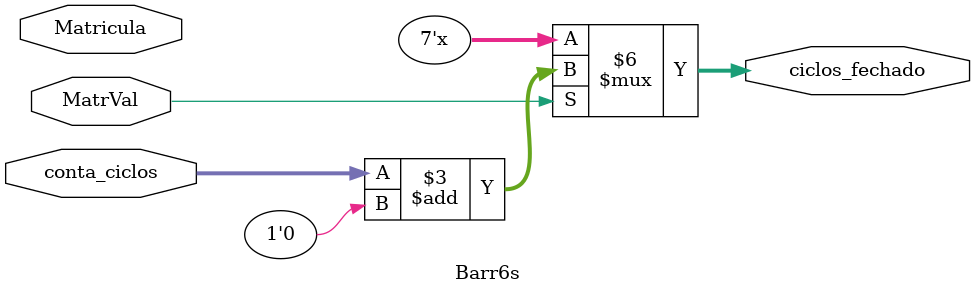
<source format=v>
`timescale 1ns/1ps
module Barr6s(
input [6:0] conta_ciclos,
input [23:0] Matricula,
input MatrVal,
output reg [6:0] ciclos_fechado=7'd0
    );
always @ (conta_ciclos)
	begin
		if ((MatrVal==1))
			begin
				ciclos_fechado = (conta_ciclos) + 1'd6;
				
			end
	end
endmodule

</source>
